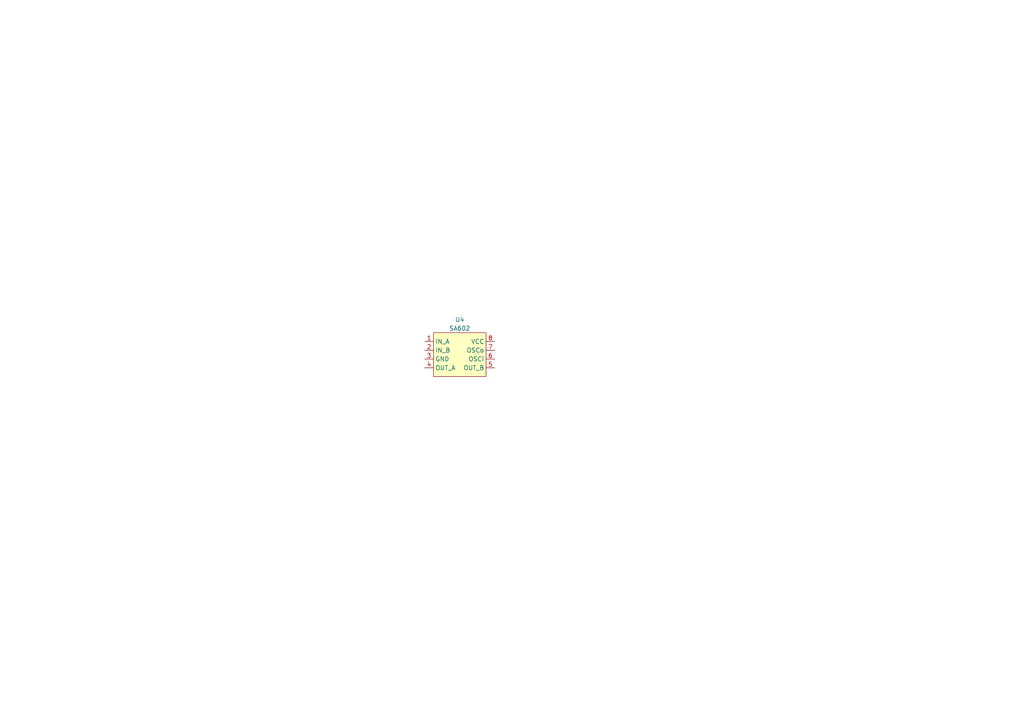
<source format=kicad_sch>
(kicad_sch (version 20230121) (generator eeschema)
  (paper "A4")
  (lib_symbols
    (symbol "ik2ywn:SA602"
      (property "Reference" "U" (at 0 7.62 0))
      (property "Value" "SA602" (at 0 -7.62 0))
      (symbol "SA602_0_1"
        (rectangle (start -7.62 6.35) (end 7.62 -6.35) (fill (type background)))
      )
      (symbol "SA602_1_1"
        (pin input line (at -10.16 3.81 0) (length 2.54) (name "IN_A") (number "1"))
        (pin input line (at -10.16 1.27 0) (length 2.54) (name "IN_B") (number "2"))
        (pin input line (at -10.16 -1.27 0) (length 2.54) (name "GND") (number "3"))
        (pin input line (at -10.16 -3.81 0) (length 2.54) (name "OUT_A") (number "4"))
        (pin input line (at 10.16 -3.81 180) (length 2.54) (name "OUT_B") (number "5"))
        (pin input line (at 10.16 -1.27 180) (length 2.54) (name "OSCi") (number "6"))
        (pin input line (at 10.16 1.27 180) (length 2.54) (name "OSCo") (number "7"))
        (pin input line (at 10.16 3.81 180) (length 2.54) (name "VCC") (number "8"))
      )
    )
  )
  (symbol (lib_id "ik2ywn:SA602") (at 133.35 102.87 0) (unit 1)
    (property "Reference" "U4" (at 133.35 92.71 0))
    (property "Value" "SA602" (at 133.35 95.25 0))
    (property "Footprint" "Package_SO:SO-8_3.9x4.9mm_P1.27mm" (effects hide))
    (property "Datasheet" "https://www.nxp.com/docs/en/data-sheet/SA602A.pdf" (effects hide))
  )
)
</source>
